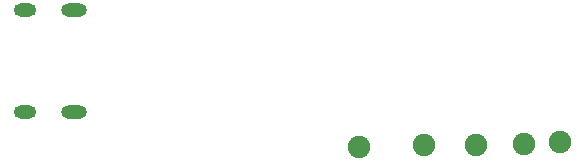
<source format=gbs>
G04 Layer: BottomSolderMaskLayer*
G04 EasyEDA v6.5.51, 2026-01-01 11:10:02*
G04 c2e0b91a54b643c29b893d635b68bbd8,b0fcb86846164242a958a805a75853bb,10*
G04 Gerber Generator version 0.2*
G04 Scale: 100 percent, Rotated: No, Reflected: No *
G04 Dimensions in millimeters *
G04 leading zeros omitted , absolute positions ,4 integer and 5 decimal *
%FSLAX45Y45*%
%MOMM*%

%ADD10C,1.9000*%
%ADD11O,1.901596X1.101598*%
%ADD12O,2.201596X1.101598*%
%ADD13O,0.0196X1.101598*%

%LPD*%
D10*
G01*
X4051300Y4762500D03*
G01*
X3505200Y4749800D03*
G01*
X4495800Y4762500D03*
G01*
X4902200Y4775200D03*
G01*
X5207000Y4787900D03*
D11*
G01*
X678154Y5908802D03*
D12*
G01*
X1093139Y5044795D03*
G01*
X1093139Y5908802D03*
D11*
G01*
X678154Y5044795D03*
M02*

</source>
